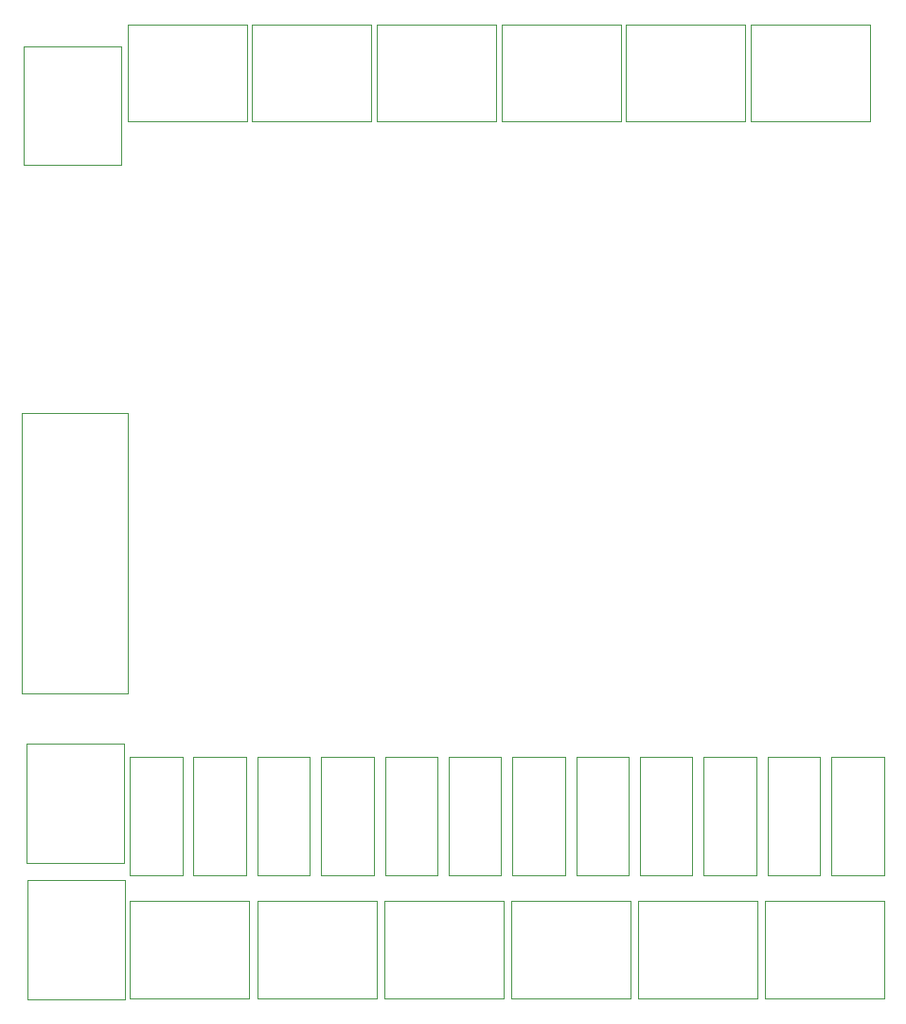
<source format=gbr>
G04*
G04 #@! TF.GenerationSoftware,Altium Limited,Altium Designer,22.4.2 (48)*
G04*
G04 Layer_Color=32768*
%FSLAX44Y44*%
%MOMM*%
G71*
G04*
G04 #@! TF.SameCoordinates,69224164-BCDE-4545-B53B-617D96EECF20*
G04*
G04*
G04 #@! TF.FilePolarity,Positive*
G04*
G01*
G75*
%ADD43C,0.0500*%
D43*
X585147Y274000D02*
Y361000D01*
Y274000D02*
X691747D01*
Y361000D01*
X585147D02*
X691747D01*
X262570Y1125180D02*
X349570D01*
X262570Y1018580D02*
Y1125180D01*
Y1018580D02*
X349570D01*
Y1125180D01*
X261160Y546930D02*
X356060D01*
Y796730D01*
X261160D02*
X356060D01*
X261160Y546930D02*
Y796730D01*
X357675Y383580D02*
X404625D01*
Y490180D01*
X357675D02*
X404625D01*
X357675Y383580D02*
Y490180D01*
X266380Y273090D02*
X353380D01*
Y379690D01*
X266380D02*
X353380D01*
X266380Y273090D02*
Y379690D01*
X265110Y395010D02*
X352110D01*
Y501610D01*
X265110D02*
X352110D01*
X265110Y395010D02*
Y501610D01*
X357999Y274000D02*
Y361000D01*
Y274000D02*
X464599D01*
Y361000D01*
X357999D02*
X464599D01*
X471573Y274000D02*
Y361000D01*
Y274000D02*
X578173D01*
Y361000D01*
X471573D02*
X578173D01*
X698721Y274000D02*
Y361000D01*
Y274000D02*
X805321D01*
Y361000D01*
X698721D02*
X805321D01*
X355640Y1057590D02*
Y1144590D01*
Y1057590D02*
X462240D01*
Y1144590D01*
X355640D02*
X462240D01*
X467146Y1057590D02*
Y1144590D01*
Y1057590D02*
X573746D01*
Y1144590D01*
X467146D02*
X573746D01*
X578652Y1057590D02*
Y1144590D01*
Y1057590D02*
X685252D01*
Y1144590D01*
X578652D02*
X685252D01*
X690158Y1057590D02*
Y1144590D01*
Y1057590D02*
X796758D01*
Y1144590D01*
X690158D02*
X796758D01*
X642848Y383580D02*
Y490180D01*
X689798D01*
Y383580D02*
Y490180D01*
X642848Y383580D02*
X689798D01*
X414709D02*
Y490180D01*
X461660D01*
Y383580D02*
Y490180D01*
X414709Y383580D02*
X461660D01*
X870986D02*
Y490180D01*
X917936D01*
Y383580D02*
Y490180D01*
X870986Y383580D02*
X917936D01*
X812296Y274000D02*
Y361000D01*
Y274000D02*
X918896D01*
Y361000D01*
X812296D02*
X918896D01*
X925870Y274000D02*
Y361000D01*
Y274000D02*
X1032470D01*
Y361000D01*
X925870D02*
X1032470D01*
X813951Y383580D02*
Y490180D01*
X860901D01*
Y383580D02*
Y490180D01*
X813951Y383580D02*
X860901D01*
X585813D02*
Y490180D01*
X632763D01*
Y383580D02*
Y490180D01*
X585813Y383580D02*
X632763D01*
X801664Y1057590D02*
Y1144590D01*
Y1057590D02*
X908264D01*
Y1144590D01*
X801664D02*
X908264D01*
X528779Y383580D02*
Y490180D01*
X575729D01*
Y383580D02*
Y490180D01*
X528779Y383580D02*
X575729D01*
X913170Y1057590D02*
Y1144590D01*
Y1057590D02*
X1019770D01*
Y1144590D01*
X913170D02*
X1019770D01*
X756917Y383580D02*
Y490180D01*
X803867D01*
Y383580D02*
Y490180D01*
X756917Y383580D02*
X803867D01*
X985055D02*
Y490180D01*
X1032005D01*
Y383580D02*
Y490180D01*
X985055Y383580D02*
X1032005D01*
X471744D02*
Y490180D01*
X518694D01*
Y383580D02*
Y490180D01*
X471744Y383580D02*
X518694D01*
X699882D02*
Y490180D01*
X746832D01*
Y383580D02*
Y490180D01*
X699882Y383580D02*
X746832D01*
X928020D02*
Y490180D01*
X974970D01*
Y383580D02*
Y490180D01*
X928020Y383580D02*
X974970D01*
M02*

</source>
